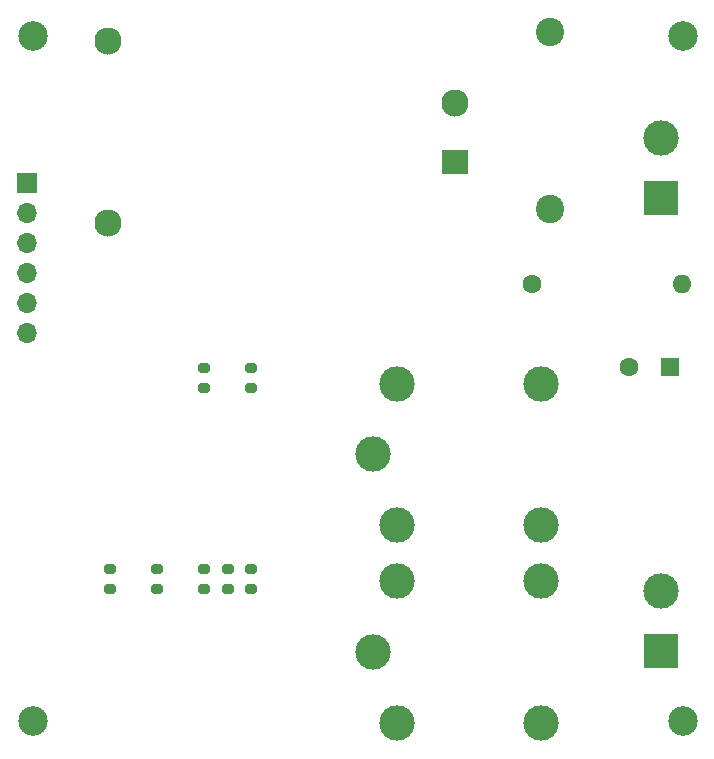
<source format=gbs>
G04 #@! TF.GenerationSoftware,KiCad,Pcbnew,7.0.8*
G04 #@! TF.CreationDate,2024-02-21T14:09:27-03:00*
G04 #@! TF.ProjectId,lamp_module,6c616d70-5f6d-46f6-9475-6c652e6b6963,1.0*
G04 #@! TF.SameCoordinates,Original*
G04 #@! TF.FileFunction,Soldermask,Bot*
G04 #@! TF.FilePolarity,Negative*
%FSLAX46Y46*%
G04 Gerber Fmt 4.6, Leading zero omitted, Abs format (unit mm)*
G04 Created by KiCad (PCBNEW 7.0.8) date 2024-02-21 14:09:27*
%MOMM*%
%LPD*%
G01*
G04 APERTURE LIST*
G04 Aperture macros list*
%AMRoundRect*
0 Rectangle with rounded corners*
0 $1 Rounding radius*
0 $2 $3 $4 $5 $6 $7 $8 $9 X,Y pos of 4 corners*
0 Add a 4 corners polygon primitive as box body*
4,1,4,$2,$3,$4,$5,$6,$7,$8,$9,$2,$3,0*
0 Add four circle primitives for the rounded corners*
1,1,$1+$1,$2,$3*
1,1,$1+$1,$4,$5*
1,1,$1+$1,$6,$7*
1,1,$1+$1,$8,$9*
0 Add four rect primitives between the rounded corners*
20,1,$1+$1,$2,$3,$4,$5,0*
20,1,$1+$1,$4,$5,$6,$7,0*
20,1,$1+$1,$6,$7,$8,$9,0*
20,1,$1+$1,$8,$9,$2,$3,0*%
G04 Aperture macros list end*
%ADD10C,2.500000*%
%ADD11R,3.000000X3.000000*%
%ADD12C,3.000000*%
%ADD13C,1.600000*%
%ADD14O,1.600000X1.600000*%
%ADD15R,1.600000X1.600000*%
%ADD16C,2.400000*%
%ADD17R,1.700000X1.700000*%
%ADD18O,1.700000X1.700000*%
%ADD19R,2.300000X2.000000*%
%ADD20C,2.300000*%
%ADD21RoundRect,0.200000X0.275000X-0.200000X0.275000X0.200000X-0.275000X0.200000X-0.275000X-0.200000X0*%
%ADD22RoundRect,0.200000X-0.275000X0.200000X-0.275000X-0.200000X0.275000X-0.200000X0.275000X0.200000X0*%
G04 APERTURE END LIST*
D10*
X177115750Y-71850250D03*
D11*
X175260000Y-85582250D03*
D12*
X175260000Y-80502250D03*
D10*
X122115750Y-129850250D03*
D13*
X164381750Y-92920250D03*
D14*
X177081750Y-92920250D03*
D12*
X150943750Y-107316250D03*
X165143750Y-101316250D03*
X165143750Y-113316250D03*
X152943750Y-113316250D03*
X152943750Y-101316250D03*
D11*
X175260000Y-123952000D03*
D12*
X175260000Y-118872000D03*
D15*
X176065750Y-99905250D03*
D13*
X172565750Y-99905250D03*
D12*
X150943750Y-124066250D03*
X165143750Y-118066250D03*
X165143750Y-130066250D03*
X152943750Y-130066250D03*
X152943750Y-118066250D03*
D10*
X122115750Y-71850250D03*
X177115750Y-129850250D03*
D16*
X165862000Y-86542250D03*
X165862000Y-71542250D03*
D17*
X121615750Y-84350250D03*
D18*
X121615750Y-86890250D03*
X121615750Y-89430250D03*
X121615750Y-91970250D03*
X121615750Y-94510250D03*
X121615750Y-97050250D03*
D19*
X157862250Y-82542250D03*
D20*
X157862250Y-77542250D03*
X128462250Y-87742250D03*
X128462250Y-72342250D03*
D21*
X138599750Y-118700250D03*
X138599750Y-117050250D03*
X136599750Y-118700250D03*
X136599750Y-117050250D03*
X128599750Y-118700250D03*
X128599750Y-117050250D03*
X140599750Y-118700250D03*
X140599750Y-117050250D03*
X140599750Y-101650250D03*
X140599750Y-100000250D03*
X132599750Y-118700250D03*
X132599750Y-117050250D03*
D22*
X136599750Y-100000250D03*
X136599750Y-101650250D03*
M02*

</source>
